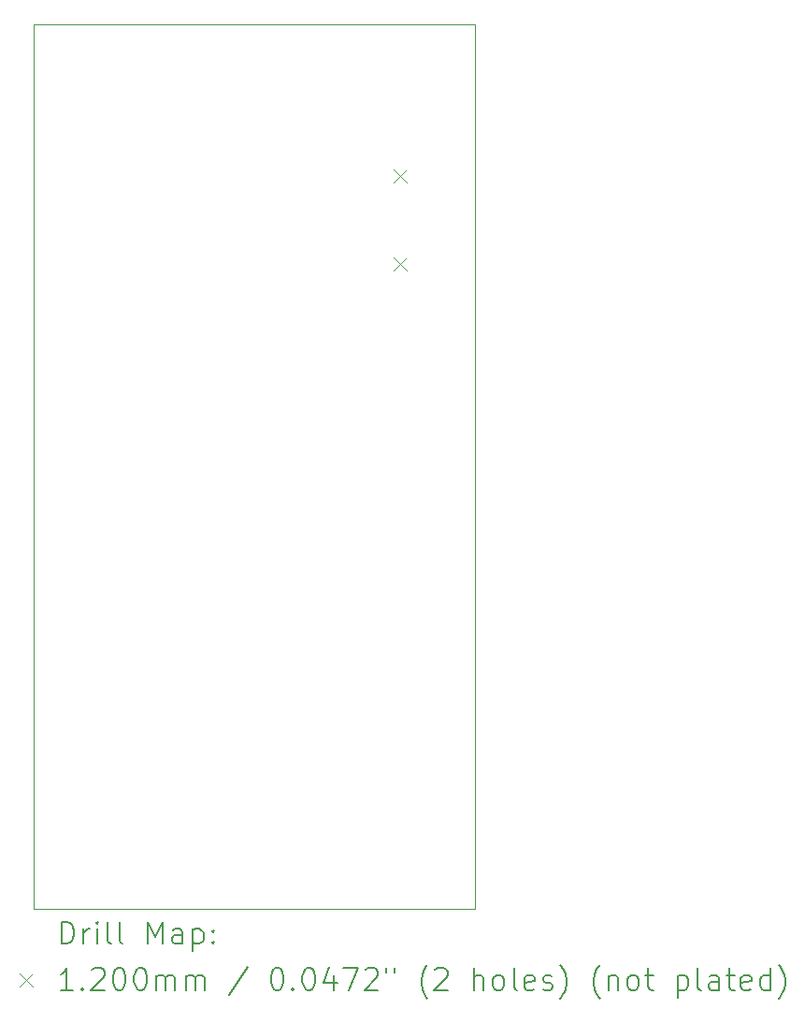
<source format=gbr>
%FSLAX45Y45*%
G04 Gerber Fmt 4.5, Leading zero omitted, Abs format (unit mm)*
G04 Created by KiCad (PCBNEW (6.0.0)) date 2022-07-08 16:33:21*
%MOMM*%
%LPD*%
G01*
G04 APERTURE LIST*
%TA.AperFunction,Profile*%
%ADD10C,0.100000*%
%TD*%
%ADD11C,0.200000*%
%ADD12C,0.120000*%
G04 APERTURE END LIST*
D10*
X13000000Y-5000000D02*
X17000000Y-5000000D01*
X17000000Y-5000000D02*
X17000000Y-13000000D01*
X17000000Y-13000000D02*
X13000000Y-13000000D01*
X13000000Y-13000000D02*
X13000000Y-5000000D01*
D11*
D12*
X16260000Y-6310000D02*
X16380000Y-6430000D01*
X16380000Y-6310000D02*
X16260000Y-6430000D01*
X16260000Y-7110000D02*
X16380000Y-7230000D01*
X16380000Y-7110000D02*
X16260000Y-7230000D01*
D11*
X13252619Y-13315476D02*
X13252619Y-13115476D01*
X13300238Y-13115476D01*
X13328809Y-13125000D01*
X13347857Y-13144048D01*
X13357381Y-13163095D01*
X13366905Y-13201190D01*
X13366905Y-13229762D01*
X13357381Y-13267857D01*
X13347857Y-13286905D01*
X13328809Y-13305952D01*
X13300238Y-13315476D01*
X13252619Y-13315476D01*
X13452619Y-13315476D02*
X13452619Y-13182143D01*
X13452619Y-13220238D02*
X13462143Y-13201190D01*
X13471667Y-13191667D01*
X13490714Y-13182143D01*
X13509762Y-13182143D01*
X13576428Y-13315476D02*
X13576428Y-13182143D01*
X13576428Y-13115476D02*
X13566905Y-13125000D01*
X13576428Y-13134524D01*
X13585952Y-13125000D01*
X13576428Y-13115476D01*
X13576428Y-13134524D01*
X13700238Y-13315476D02*
X13681190Y-13305952D01*
X13671667Y-13286905D01*
X13671667Y-13115476D01*
X13805000Y-13315476D02*
X13785952Y-13305952D01*
X13776428Y-13286905D01*
X13776428Y-13115476D01*
X14033571Y-13315476D02*
X14033571Y-13115476D01*
X14100238Y-13258333D01*
X14166905Y-13115476D01*
X14166905Y-13315476D01*
X14347857Y-13315476D02*
X14347857Y-13210714D01*
X14338333Y-13191667D01*
X14319286Y-13182143D01*
X14281190Y-13182143D01*
X14262143Y-13191667D01*
X14347857Y-13305952D02*
X14328809Y-13315476D01*
X14281190Y-13315476D01*
X14262143Y-13305952D01*
X14252619Y-13286905D01*
X14252619Y-13267857D01*
X14262143Y-13248809D01*
X14281190Y-13239286D01*
X14328809Y-13239286D01*
X14347857Y-13229762D01*
X14443095Y-13182143D02*
X14443095Y-13382143D01*
X14443095Y-13191667D02*
X14462143Y-13182143D01*
X14500238Y-13182143D01*
X14519286Y-13191667D01*
X14528809Y-13201190D01*
X14538333Y-13220238D01*
X14538333Y-13277381D01*
X14528809Y-13296428D01*
X14519286Y-13305952D01*
X14500238Y-13315476D01*
X14462143Y-13315476D01*
X14443095Y-13305952D01*
X14624048Y-13296428D02*
X14633571Y-13305952D01*
X14624048Y-13315476D01*
X14614524Y-13305952D01*
X14624048Y-13296428D01*
X14624048Y-13315476D01*
X14624048Y-13191667D02*
X14633571Y-13201190D01*
X14624048Y-13210714D01*
X14614524Y-13201190D01*
X14624048Y-13191667D01*
X14624048Y-13210714D01*
D12*
X12875000Y-13585000D02*
X12995000Y-13705000D01*
X12995000Y-13585000D02*
X12875000Y-13705000D01*
D11*
X13357381Y-13735476D02*
X13243095Y-13735476D01*
X13300238Y-13735476D02*
X13300238Y-13535476D01*
X13281190Y-13564048D01*
X13262143Y-13583095D01*
X13243095Y-13592619D01*
X13443095Y-13716428D02*
X13452619Y-13725952D01*
X13443095Y-13735476D01*
X13433571Y-13725952D01*
X13443095Y-13716428D01*
X13443095Y-13735476D01*
X13528809Y-13554524D02*
X13538333Y-13545000D01*
X13557381Y-13535476D01*
X13605000Y-13535476D01*
X13624048Y-13545000D01*
X13633571Y-13554524D01*
X13643095Y-13573571D01*
X13643095Y-13592619D01*
X13633571Y-13621190D01*
X13519286Y-13735476D01*
X13643095Y-13735476D01*
X13766905Y-13535476D02*
X13785952Y-13535476D01*
X13805000Y-13545000D01*
X13814524Y-13554524D01*
X13824048Y-13573571D01*
X13833571Y-13611667D01*
X13833571Y-13659286D01*
X13824048Y-13697381D01*
X13814524Y-13716428D01*
X13805000Y-13725952D01*
X13785952Y-13735476D01*
X13766905Y-13735476D01*
X13747857Y-13725952D01*
X13738333Y-13716428D01*
X13728809Y-13697381D01*
X13719286Y-13659286D01*
X13719286Y-13611667D01*
X13728809Y-13573571D01*
X13738333Y-13554524D01*
X13747857Y-13545000D01*
X13766905Y-13535476D01*
X13957381Y-13535476D02*
X13976428Y-13535476D01*
X13995476Y-13545000D01*
X14005000Y-13554524D01*
X14014524Y-13573571D01*
X14024048Y-13611667D01*
X14024048Y-13659286D01*
X14014524Y-13697381D01*
X14005000Y-13716428D01*
X13995476Y-13725952D01*
X13976428Y-13735476D01*
X13957381Y-13735476D01*
X13938333Y-13725952D01*
X13928809Y-13716428D01*
X13919286Y-13697381D01*
X13909762Y-13659286D01*
X13909762Y-13611667D01*
X13919286Y-13573571D01*
X13928809Y-13554524D01*
X13938333Y-13545000D01*
X13957381Y-13535476D01*
X14109762Y-13735476D02*
X14109762Y-13602143D01*
X14109762Y-13621190D02*
X14119286Y-13611667D01*
X14138333Y-13602143D01*
X14166905Y-13602143D01*
X14185952Y-13611667D01*
X14195476Y-13630714D01*
X14195476Y-13735476D01*
X14195476Y-13630714D02*
X14205000Y-13611667D01*
X14224048Y-13602143D01*
X14252619Y-13602143D01*
X14271667Y-13611667D01*
X14281190Y-13630714D01*
X14281190Y-13735476D01*
X14376428Y-13735476D02*
X14376428Y-13602143D01*
X14376428Y-13621190D02*
X14385952Y-13611667D01*
X14405000Y-13602143D01*
X14433571Y-13602143D01*
X14452619Y-13611667D01*
X14462143Y-13630714D01*
X14462143Y-13735476D01*
X14462143Y-13630714D02*
X14471667Y-13611667D01*
X14490714Y-13602143D01*
X14519286Y-13602143D01*
X14538333Y-13611667D01*
X14547857Y-13630714D01*
X14547857Y-13735476D01*
X14938333Y-13525952D02*
X14766905Y-13783095D01*
X15195476Y-13535476D02*
X15214524Y-13535476D01*
X15233571Y-13545000D01*
X15243095Y-13554524D01*
X15252619Y-13573571D01*
X15262143Y-13611667D01*
X15262143Y-13659286D01*
X15252619Y-13697381D01*
X15243095Y-13716428D01*
X15233571Y-13725952D01*
X15214524Y-13735476D01*
X15195476Y-13735476D01*
X15176428Y-13725952D01*
X15166905Y-13716428D01*
X15157381Y-13697381D01*
X15147857Y-13659286D01*
X15147857Y-13611667D01*
X15157381Y-13573571D01*
X15166905Y-13554524D01*
X15176428Y-13545000D01*
X15195476Y-13535476D01*
X15347857Y-13716428D02*
X15357381Y-13725952D01*
X15347857Y-13735476D01*
X15338333Y-13725952D01*
X15347857Y-13716428D01*
X15347857Y-13735476D01*
X15481190Y-13535476D02*
X15500238Y-13535476D01*
X15519286Y-13545000D01*
X15528809Y-13554524D01*
X15538333Y-13573571D01*
X15547857Y-13611667D01*
X15547857Y-13659286D01*
X15538333Y-13697381D01*
X15528809Y-13716428D01*
X15519286Y-13725952D01*
X15500238Y-13735476D01*
X15481190Y-13735476D01*
X15462143Y-13725952D01*
X15452619Y-13716428D01*
X15443095Y-13697381D01*
X15433571Y-13659286D01*
X15433571Y-13611667D01*
X15443095Y-13573571D01*
X15452619Y-13554524D01*
X15462143Y-13545000D01*
X15481190Y-13535476D01*
X15719286Y-13602143D02*
X15719286Y-13735476D01*
X15671667Y-13525952D02*
X15624048Y-13668809D01*
X15747857Y-13668809D01*
X15805000Y-13535476D02*
X15938333Y-13535476D01*
X15852619Y-13735476D01*
X16005000Y-13554524D02*
X16014524Y-13545000D01*
X16033571Y-13535476D01*
X16081190Y-13535476D01*
X16100238Y-13545000D01*
X16109762Y-13554524D01*
X16119286Y-13573571D01*
X16119286Y-13592619D01*
X16109762Y-13621190D01*
X15995476Y-13735476D01*
X16119286Y-13735476D01*
X16195476Y-13535476D02*
X16195476Y-13573571D01*
X16271667Y-13535476D02*
X16271667Y-13573571D01*
X16566905Y-13811667D02*
X16557381Y-13802143D01*
X16538333Y-13773571D01*
X16528809Y-13754524D01*
X16519286Y-13725952D01*
X16509762Y-13678333D01*
X16509762Y-13640238D01*
X16519286Y-13592619D01*
X16528809Y-13564048D01*
X16538333Y-13545000D01*
X16557381Y-13516428D01*
X16566905Y-13506905D01*
X16633571Y-13554524D02*
X16643095Y-13545000D01*
X16662143Y-13535476D01*
X16709762Y-13535476D01*
X16728809Y-13545000D01*
X16738333Y-13554524D01*
X16747857Y-13573571D01*
X16747857Y-13592619D01*
X16738333Y-13621190D01*
X16624048Y-13735476D01*
X16747857Y-13735476D01*
X16985952Y-13735476D02*
X16985952Y-13535476D01*
X17071667Y-13735476D02*
X17071667Y-13630714D01*
X17062143Y-13611667D01*
X17043095Y-13602143D01*
X17014524Y-13602143D01*
X16995476Y-13611667D01*
X16985952Y-13621190D01*
X17195476Y-13735476D02*
X17176429Y-13725952D01*
X17166905Y-13716428D01*
X17157381Y-13697381D01*
X17157381Y-13640238D01*
X17166905Y-13621190D01*
X17176429Y-13611667D01*
X17195476Y-13602143D01*
X17224048Y-13602143D01*
X17243095Y-13611667D01*
X17252619Y-13621190D01*
X17262143Y-13640238D01*
X17262143Y-13697381D01*
X17252619Y-13716428D01*
X17243095Y-13725952D01*
X17224048Y-13735476D01*
X17195476Y-13735476D01*
X17376429Y-13735476D02*
X17357381Y-13725952D01*
X17347857Y-13706905D01*
X17347857Y-13535476D01*
X17528810Y-13725952D02*
X17509762Y-13735476D01*
X17471667Y-13735476D01*
X17452619Y-13725952D01*
X17443095Y-13706905D01*
X17443095Y-13630714D01*
X17452619Y-13611667D01*
X17471667Y-13602143D01*
X17509762Y-13602143D01*
X17528810Y-13611667D01*
X17538333Y-13630714D01*
X17538333Y-13649762D01*
X17443095Y-13668809D01*
X17614524Y-13725952D02*
X17633571Y-13735476D01*
X17671667Y-13735476D01*
X17690714Y-13725952D01*
X17700238Y-13706905D01*
X17700238Y-13697381D01*
X17690714Y-13678333D01*
X17671667Y-13668809D01*
X17643095Y-13668809D01*
X17624048Y-13659286D01*
X17614524Y-13640238D01*
X17614524Y-13630714D01*
X17624048Y-13611667D01*
X17643095Y-13602143D01*
X17671667Y-13602143D01*
X17690714Y-13611667D01*
X17766905Y-13811667D02*
X17776429Y-13802143D01*
X17795476Y-13773571D01*
X17805000Y-13754524D01*
X17814524Y-13725952D01*
X17824048Y-13678333D01*
X17824048Y-13640238D01*
X17814524Y-13592619D01*
X17805000Y-13564048D01*
X17795476Y-13545000D01*
X17776429Y-13516428D01*
X17766905Y-13506905D01*
X18128810Y-13811667D02*
X18119286Y-13802143D01*
X18100238Y-13773571D01*
X18090714Y-13754524D01*
X18081190Y-13725952D01*
X18071667Y-13678333D01*
X18071667Y-13640238D01*
X18081190Y-13592619D01*
X18090714Y-13564048D01*
X18100238Y-13545000D01*
X18119286Y-13516428D01*
X18128810Y-13506905D01*
X18205000Y-13602143D02*
X18205000Y-13735476D01*
X18205000Y-13621190D02*
X18214524Y-13611667D01*
X18233571Y-13602143D01*
X18262143Y-13602143D01*
X18281190Y-13611667D01*
X18290714Y-13630714D01*
X18290714Y-13735476D01*
X18414524Y-13735476D02*
X18395476Y-13725952D01*
X18385952Y-13716428D01*
X18376429Y-13697381D01*
X18376429Y-13640238D01*
X18385952Y-13621190D01*
X18395476Y-13611667D01*
X18414524Y-13602143D01*
X18443095Y-13602143D01*
X18462143Y-13611667D01*
X18471667Y-13621190D01*
X18481190Y-13640238D01*
X18481190Y-13697381D01*
X18471667Y-13716428D01*
X18462143Y-13725952D01*
X18443095Y-13735476D01*
X18414524Y-13735476D01*
X18538333Y-13602143D02*
X18614524Y-13602143D01*
X18566905Y-13535476D02*
X18566905Y-13706905D01*
X18576429Y-13725952D01*
X18595476Y-13735476D01*
X18614524Y-13735476D01*
X18833571Y-13602143D02*
X18833571Y-13802143D01*
X18833571Y-13611667D02*
X18852619Y-13602143D01*
X18890714Y-13602143D01*
X18909762Y-13611667D01*
X18919286Y-13621190D01*
X18928810Y-13640238D01*
X18928810Y-13697381D01*
X18919286Y-13716428D01*
X18909762Y-13725952D01*
X18890714Y-13735476D01*
X18852619Y-13735476D01*
X18833571Y-13725952D01*
X19043095Y-13735476D02*
X19024048Y-13725952D01*
X19014524Y-13706905D01*
X19014524Y-13535476D01*
X19205000Y-13735476D02*
X19205000Y-13630714D01*
X19195476Y-13611667D01*
X19176429Y-13602143D01*
X19138333Y-13602143D01*
X19119286Y-13611667D01*
X19205000Y-13725952D02*
X19185952Y-13735476D01*
X19138333Y-13735476D01*
X19119286Y-13725952D01*
X19109762Y-13706905D01*
X19109762Y-13687857D01*
X19119286Y-13668809D01*
X19138333Y-13659286D01*
X19185952Y-13659286D01*
X19205000Y-13649762D01*
X19271667Y-13602143D02*
X19347857Y-13602143D01*
X19300238Y-13535476D02*
X19300238Y-13706905D01*
X19309762Y-13725952D01*
X19328810Y-13735476D01*
X19347857Y-13735476D01*
X19490714Y-13725952D02*
X19471667Y-13735476D01*
X19433571Y-13735476D01*
X19414524Y-13725952D01*
X19405000Y-13706905D01*
X19405000Y-13630714D01*
X19414524Y-13611667D01*
X19433571Y-13602143D01*
X19471667Y-13602143D01*
X19490714Y-13611667D01*
X19500238Y-13630714D01*
X19500238Y-13649762D01*
X19405000Y-13668809D01*
X19671667Y-13735476D02*
X19671667Y-13535476D01*
X19671667Y-13725952D02*
X19652619Y-13735476D01*
X19614524Y-13735476D01*
X19595476Y-13725952D01*
X19585952Y-13716428D01*
X19576429Y-13697381D01*
X19576429Y-13640238D01*
X19585952Y-13621190D01*
X19595476Y-13611667D01*
X19614524Y-13602143D01*
X19652619Y-13602143D01*
X19671667Y-13611667D01*
X19747857Y-13811667D02*
X19757381Y-13802143D01*
X19776429Y-13773571D01*
X19785952Y-13754524D01*
X19795476Y-13725952D01*
X19805000Y-13678333D01*
X19805000Y-13640238D01*
X19795476Y-13592619D01*
X19785952Y-13564048D01*
X19776429Y-13545000D01*
X19757381Y-13516428D01*
X19747857Y-13506905D01*
M02*

</source>
